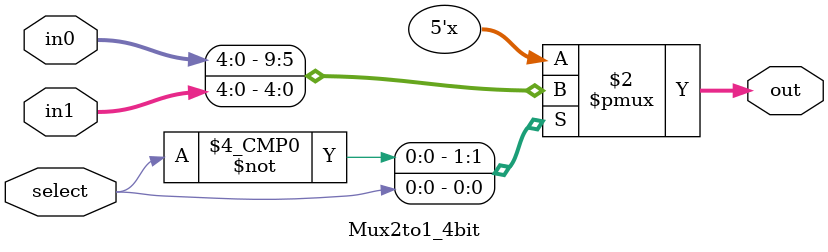
<source format=v>
module Mux2to1_4bit (
    input [4:0] in0,      // Primeira entrada (registrador Rt)
    input [4:0] in1,      // Segunda entrada (registrador Rd)
    input select,         // Sinal de seleção (RegDst)
    output reg [4:0] out  // Saída do multiplexador (registrador destino)
);
    always @(*) begin
        case (select)
            1'b0: out = in0;  // Seleciona Rt
            1'b1: out = in1;  // Seleciona Rd
            default: out = 5'b0; // Valor padrão
        endcase
    end
endmodule
</source>
